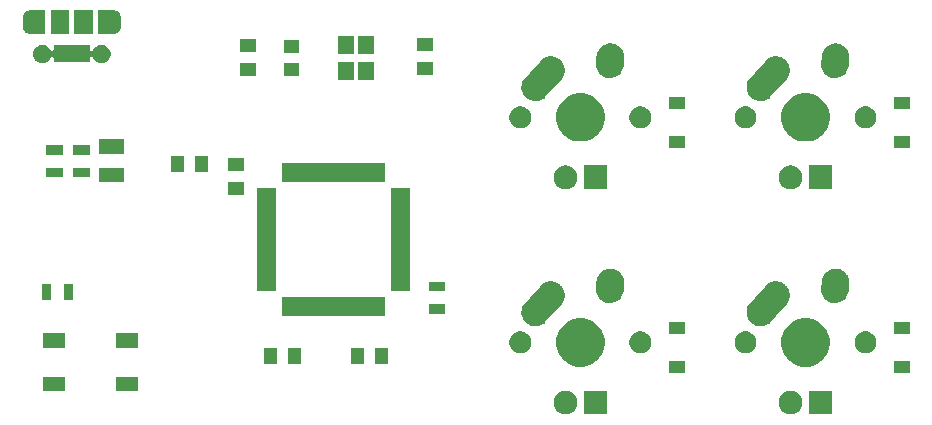
<source format=gbr>
G04 #@! TF.GenerationSoftware,KiCad,Pcbnew,(6.0.0-rc1-dev-1574-g3a1e66dba-dirty)*
G04 #@! TF.CreationDate,2019-01-27T21:49:17+01:00
G04 #@! TF.ProjectId,ai03_tutorial,61693033-5f74-4757-946f-7269616c2e6b,rev?*
G04 #@! TF.SameCoordinates,Original*
G04 #@! TF.FileFunction,Soldermask,Bot*
G04 #@! TF.FilePolarity,Negative*
%FSLAX46Y46*%
G04 Gerber Fmt 4.6, Leading zero omitted, Abs format (unit mm)*
G04 Created by KiCad (PCBNEW (6.0.0-rc1-dev-1574-g3a1e66dba-dirty)) date 2019 January 27, Sunday 21:49:17*
%MOMM*%
%LPD*%
G04 APERTURE LIST*
%ADD10C,0.100000*%
G04 APERTURE END LIST*
D10*
G36*
X160597501Y-110686501D02*
G01*
X158590501Y-110686501D01*
X158590501Y-108679501D01*
X160597501Y-108679501D01*
X160597501Y-110686501D01*
X160597501Y-110686501D01*
G37*
G36*
X157176989Y-108684305D02*
G01*
X157346711Y-108718064D01*
X157529337Y-108793710D01*
X157693695Y-108903531D01*
X157833471Y-109043307D01*
X157943292Y-109207665D01*
X158018938Y-109390291D01*
X158057501Y-109584165D01*
X158057501Y-109781837D01*
X158018938Y-109975711D01*
X157943292Y-110158337D01*
X157833471Y-110322695D01*
X157693695Y-110462471D01*
X157529337Y-110572292D01*
X157346711Y-110647938D01*
X157176989Y-110681697D01*
X157152838Y-110686501D01*
X156955164Y-110686501D01*
X156931013Y-110681697D01*
X156761291Y-110647938D01*
X156578665Y-110572292D01*
X156414307Y-110462471D01*
X156274531Y-110322695D01*
X156164710Y-110158337D01*
X156089064Y-109975711D01*
X156050501Y-109781837D01*
X156050501Y-109584165D01*
X156089064Y-109390291D01*
X156164710Y-109207665D01*
X156274531Y-109043307D01*
X156414307Y-108903531D01*
X156578665Y-108793710D01*
X156761291Y-108718064D01*
X156931013Y-108684305D01*
X156955164Y-108679501D01*
X157152838Y-108679501D01*
X157176989Y-108684305D01*
X157176989Y-108684305D01*
G37*
G36*
X141540501Y-110686501D02*
G01*
X139533501Y-110686501D01*
X139533501Y-108679501D01*
X141540501Y-108679501D01*
X141540501Y-110686501D01*
X141540501Y-110686501D01*
G37*
G36*
X138119989Y-108684305D02*
G01*
X138289711Y-108718064D01*
X138472337Y-108793710D01*
X138636695Y-108903531D01*
X138776471Y-109043307D01*
X138886292Y-109207665D01*
X138961938Y-109390291D01*
X139000501Y-109584165D01*
X139000501Y-109781837D01*
X138961938Y-109975711D01*
X138886292Y-110158337D01*
X138776471Y-110322695D01*
X138636695Y-110462471D01*
X138472337Y-110572292D01*
X138289711Y-110647938D01*
X138119989Y-110681697D01*
X138095838Y-110686501D01*
X137898164Y-110686501D01*
X137874013Y-110681697D01*
X137704291Y-110647938D01*
X137521665Y-110572292D01*
X137357307Y-110462471D01*
X137217531Y-110322695D01*
X137107710Y-110158337D01*
X137032064Y-109975711D01*
X136993501Y-109781837D01*
X136993501Y-109584165D01*
X137032064Y-109390291D01*
X137107710Y-109207665D01*
X137217531Y-109043307D01*
X137357307Y-108903531D01*
X137521665Y-108793710D01*
X137704291Y-108718064D01*
X137874013Y-108684305D01*
X137898164Y-108679501D01*
X138095838Y-108679501D01*
X138119989Y-108684305D01*
X138119989Y-108684305D01*
G37*
G36*
X101841000Y-108750000D02*
G01*
X99939000Y-108750000D01*
X99939000Y-107548000D01*
X101841000Y-107548000D01*
X101841000Y-108750000D01*
X101841000Y-108750000D01*
G37*
G36*
X95641000Y-108750000D02*
G01*
X93739000Y-108750000D01*
X93739000Y-107548000D01*
X95641000Y-107548000D01*
X95641000Y-108750000D01*
X95641000Y-108750000D01*
G37*
G36*
X167148000Y-107179000D02*
G01*
X165846000Y-107179000D01*
X165846000Y-106177000D01*
X167148000Y-106177000D01*
X167148000Y-107179000D01*
X167148000Y-107179000D01*
G37*
G36*
X148098000Y-107179000D02*
G01*
X146796000Y-107179000D01*
X146796000Y-106177000D01*
X148098000Y-106177000D01*
X148098000Y-107179000D01*
X148098000Y-107179000D01*
G37*
G36*
X158920473Y-102636685D02*
G01*
X158920475Y-102636686D01*
X158920476Y-102636686D01*
X159292624Y-102790834D01*
X159627549Y-103014624D01*
X159912378Y-103299453D01*
X160136168Y-103634378D01*
X160237493Y-103879000D01*
X160290317Y-104006529D01*
X160368901Y-104401595D01*
X160368901Y-104804407D01*
X160307120Y-105115000D01*
X160290316Y-105199476D01*
X160136168Y-105571624D01*
X159912378Y-105906549D01*
X159627549Y-106191378D01*
X159292624Y-106415168D01*
X158920476Y-106569316D01*
X158920475Y-106569316D01*
X158920473Y-106569317D01*
X158525407Y-106647901D01*
X158122595Y-106647901D01*
X157727529Y-106569317D01*
X157727527Y-106569316D01*
X157727526Y-106569316D01*
X157355378Y-106415168D01*
X157020453Y-106191378D01*
X156735624Y-105906549D01*
X156511834Y-105571624D01*
X156357686Y-105199476D01*
X156340883Y-105115000D01*
X156279101Y-104804407D01*
X156279101Y-104401595D01*
X156357685Y-104006529D01*
X156410509Y-103879000D01*
X156511834Y-103634378D01*
X156735624Y-103299453D01*
X157020453Y-103014624D01*
X157355378Y-102790834D01*
X157727526Y-102636686D01*
X157727527Y-102636686D01*
X157727529Y-102636685D01*
X158122595Y-102558101D01*
X158525407Y-102558101D01*
X158920473Y-102636685D01*
X158920473Y-102636685D01*
G37*
G36*
X139863473Y-102636685D02*
G01*
X139863475Y-102636686D01*
X139863476Y-102636686D01*
X140235624Y-102790834D01*
X140570549Y-103014624D01*
X140855378Y-103299453D01*
X141079168Y-103634378D01*
X141180493Y-103879000D01*
X141233317Y-104006529D01*
X141311901Y-104401595D01*
X141311901Y-104804407D01*
X141250120Y-105115000D01*
X141233316Y-105199476D01*
X141079168Y-105571624D01*
X140855378Y-105906549D01*
X140570549Y-106191378D01*
X140235624Y-106415168D01*
X139863476Y-106569316D01*
X139863475Y-106569316D01*
X139863473Y-106569317D01*
X139468407Y-106647901D01*
X139065595Y-106647901D01*
X138670529Y-106569317D01*
X138670527Y-106569316D01*
X138670526Y-106569316D01*
X138298378Y-106415168D01*
X137963453Y-106191378D01*
X137678624Y-105906549D01*
X137454834Y-105571624D01*
X137300686Y-105199476D01*
X137283883Y-105115000D01*
X137222101Y-104804407D01*
X137222101Y-104401595D01*
X137300685Y-104006529D01*
X137353509Y-103879000D01*
X137454834Y-103634378D01*
X137678624Y-103299453D01*
X137963453Y-103014624D01*
X138298378Y-102790834D01*
X138670526Y-102636686D01*
X138670527Y-102636686D01*
X138670529Y-102636685D01*
X139065595Y-102558101D01*
X139468407Y-102558101D01*
X139863473Y-102636685D01*
X139863473Y-102636685D01*
G37*
G36*
X113597000Y-106467000D02*
G01*
X112495000Y-106467000D01*
X112495000Y-105115000D01*
X113597000Y-105115000D01*
X113597000Y-106467000D01*
X113597000Y-106467000D01*
G37*
G36*
X115597000Y-106467000D02*
G01*
X114495000Y-106467000D01*
X114495000Y-105115000D01*
X115597000Y-105115000D01*
X115597000Y-106467000D01*
X115597000Y-106467000D01*
G37*
G36*
X120963000Y-106467000D02*
G01*
X119861000Y-106467000D01*
X119861000Y-105115000D01*
X120963000Y-105115000D01*
X120963000Y-106467000D01*
X120963000Y-106467000D01*
G37*
G36*
X122963000Y-106467000D02*
G01*
X121861000Y-106467000D01*
X121861000Y-105115000D01*
X122963000Y-105115000D01*
X122963000Y-106467000D01*
X122963000Y-106467000D01*
G37*
G36*
X134457105Y-103712586D02*
G01*
X134625627Y-103782390D01*
X134777292Y-103883729D01*
X134906273Y-104012710D01*
X135007612Y-104164375D01*
X135077416Y-104332897D01*
X135113001Y-104511798D01*
X135113001Y-104694204D01*
X135077416Y-104873105D01*
X135007612Y-105041627D01*
X134906273Y-105193292D01*
X134777292Y-105322273D01*
X134625627Y-105423612D01*
X134457105Y-105493416D01*
X134278204Y-105529001D01*
X134095798Y-105529001D01*
X133916897Y-105493416D01*
X133748375Y-105423612D01*
X133596710Y-105322273D01*
X133467729Y-105193292D01*
X133366390Y-105041627D01*
X133296586Y-104873105D01*
X133261001Y-104694204D01*
X133261001Y-104511798D01*
X133296586Y-104332897D01*
X133366390Y-104164375D01*
X133467729Y-104012710D01*
X133596710Y-103883729D01*
X133748375Y-103782390D01*
X133916897Y-103712586D01*
X134095798Y-103677001D01*
X134278204Y-103677001D01*
X134457105Y-103712586D01*
X134457105Y-103712586D01*
G37*
G36*
X144617105Y-103712586D02*
G01*
X144785627Y-103782390D01*
X144937292Y-103883729D01*
X145066273Y-104012710D01*
X145167612Y-104164375D01*
X145237416Y-104332897D01*
X145273001Y-104511798D01*
X145273001Y-104694204D01*
X145237416Y-104873105D01*
X145167612Y-105041627D01*
X145066273Y-105193292D01*
X144937292Y-105322273D01*
X144785627Y-105423612D01*
X144617105Y-105493416D01*
X144438204Y-105529001D01*
X144255798Y-105529001D01*
X144076897Y-105493416D01*
X143908375Y-105423612D01*
X143756710Y-105322273D01*
X143627729Y-105193292D01*
X143526390Y-105041627D01*
X143456586Y-104873105D01*
X143421001Y-104694204D01*
X143421001Y-104511798D01*
X143456586Y-104332897D01*
X143526390Y-104164375D01*
X143627729Y-104012710D01*
X143756710Y-103883729D01*
X143908375Y-103782390D01*
X144076897Y-103712586D01*
X144255798Y-103677001D01*
X144438204Y-103677001D01*
X144617105Y-103712586D01*
X144617105Y-103712586D01*
G37*
G36*
X153514105Y-103712586D02*
G01*
X153682627Y-103782390D01*
X153834292Y-103883729D01*
X153963273Y-104012710D01*
X154064612Y-104164375D01*
X154134416Y-104332897D01*
X154170001Y-104511798D01*
X154170001Y-104694204D01*
X154134416Y-104873105D01*
X154064612Y-105041627D01*
X153963273Y-105193292D01*
X153834292Y-105322273D01*
X153682627Y-105423612D01*
X153514105Y-105493416D01*
X153335204Y-105529001D01*
X153152798Y-105529001D01*
X152973897Y-105493416D01*
X152805375Y-105423612D01*
X152653710Y-105322273D01*
X152524729Y-105193292D01*
X152423390Y-105041627D01*
X152353586Y-104873105D01*
X152318001Y-104694204D01*
X152318001Y-104511798D01*
X152353586Y-104332897D01*
X152423390Y-104164375D01*
X152524729Y-104012710D01*
X152653710Y-103883729D01*
X152805375Y-103782390D01*
X152973897Y-103712586D01*
X153152798Y-103677001D01*
X153335204Y-103677001D01*
X153514105Y-103712586D01*
X153514105Y-103712586D01*
G37*
G36*
X163674105Y-103712586D02*
G01*
X163842627Y-103782390D01*
X163994292Y-103883729D01*
X164123273Y-104012710D01*
X164224612Y-104164375D01*
X164294416Y-104332897D01*
X164330001Y-104511798D01*
X164330001Y-104694204D01*
X164294416Y-104873105D01*
X164224612Y-105041627D01*
X164123273Y-105193292D01*
X163994292Y-105322273D01*
X163842627Y-105423612D01*
X163674105Y-105493416D01*
X163495204Y-105529001D01*
X163312798Y-105529001D01*
X163133897Y-105493416D01*
X162965375Y-105423612D01*
X162813710Y-105322273D01*
X162684729Y-105193292D01*
X162583390Y-105041627D01*
X162513586Y-104873105D01*
X162478001Y-104694204D01*
X162478001Y-104511798D01*
X162513586Y-104332897D01*
X162583390Y-104164375D01*
X162684729Y-104012710D01*
X162813710Y-103883729D01*
X162965375Y-103782390D01*
X163133897Y-103712586D01*
X163312798Y-103677001D01*
X163495204Y-103677001D01*
X163674105Y-103712586D01*
X163674105Y-103712586D01*
G37*
G36*
X101841000Y-105050000D02*
G01*
X99939000Y-105050000D01*
X99939000Y-103848000D01*
X101841000Y-103848000D01*
X101841000Y-105050000D01*
X101841000Y-105050000D01*
G37*
G36*
X95641000Y-105050000D02*
G01*
X93739000Y-105050000D01*
X93739000Y-103848000D01*
X95641000Y-103848000D01*
X95641000Y-105050000D01*
X95641000Y-105050000D01*
G37*
G36*
X148098000Y-103879000D02*
G01*
X146796000Y-103879000D01*
X146796000Y-102877000D01*
X148098000Y-102877000D01*
X148098000Y-103879000D01*
X148098000Y-103879000D01*
G37*
G36*
X167148000Y-103879000D02*
G01*
X165846000Y-103879000D01*
X165846000Y-102877000D01*
X167148000Y-102877000D01*
X167148000Y-103879000D01*
X167148000Y-103879000D01*
G37*
G36*
X136790219Y-99426882D02*
G01*
X136795632Y-99427001D01*
X136882829Y-99427001D01*
X136899099Y-99430237D01*
X136917958Y-99432516D01*
X136934533Y-99433247D01*
X137019200Y-99454005D01*
X137024533Y-99455188D01*
X137110030Y-99472194D01*
X137125352Y-99478541D01*
X137143420Y-99484460D01*
X137151396Y-99486416D01*
X137159522Y-99488408D01*
X137200741Y-99507651D01*
X137238482Y-99525270D01*
X137243515Y-99527486D01*
X137324046Y-99560843D01*
X137324048Y-99560844D01*
X137337835Y-99570056D01*
X137354400Y-99579385D01*
X137369426Y-99586400D01*
X137369428Y-99586401D01*
X137369427Y-99586401D01*
X137439695Y-99637972D01*
X137444182Y-99641115D01*
X137485297Y-99668588D01*
X137516660Y-99689544D01*
X137528385Y-99701269D01*
X137542810Y-99713649D01*
X137556180Y-99723462D01*
X137615048Y-99787762D01*
X137618835Y-99791719D01*
X137680460Y-99853344D01*
X137689670Y-99867128D01*
X137701401Y-99882083D01*
X137712606Y-99894322D01*
X137757800Y-99968875D01*
X137760747Y-99973502D01*
X137809159Y-100045956D01*
X137815503Y-100061273D01*
X137824093Y-100078232D01*
X137832692Y-100092418D01*
X137862477Y-100174365D01*
X137864455Y-100179453D01*
X137895023Y-100253250D01*
X137897808Y-100259975D01*
X137901042Y-100276233D01*
X137906155Y-100294533D01*
X137911826Y-100310135D01*
X137925056Y-100396349D01*
X137926000Y-100401704D01*
X137943001Y-100487174D01*
X137943001Y-100503759D01*
X137944445Y-100522688D01*
X137946964Y-100539105D01*
X137943120Y-100626263D01*
X137943001Y-100631676D01*
X137943001Y-100718828D01*
X137939767Y-100735086D01*
X137937489Y-100753943D01*
X137936757Y-100770532D01*
X137915993Y-100855224D01*
X137914806Y-100860571D01*
X137897808Y-100946028D01*
X137891465Y-100961341D01*
X137885546Y-100979411D01*
X137881596Y-100995521D01*
X137844701Y-101074551D01*
X137842517Y-101079512D01*
X137822275Y-101128380D01*
X137809159Y-101160046D01*
X137799947Y-101173832D01*
X137790621Y-101190392D01*
X137783603Y-101205425D01*
X137732008Y-101275727D01*
X137728886Y-101280182D01*
X137685323Y-101345379D01*
X137680458Y-101352660D01*
X137623471Y-101409647D01*
X137618821Y-101414555D01*
X136731830Y-102403107D01*
X136293724Y-102891377D01*
X136237842Y-102942537D01*
X136165680Y-103008603D01*
X136048561Y-103079601D01*
X135967584Y-103128690D01*
X135749867Y-103207824D01*
X135520896Y-103242962D01*
X135289471Y-103232755D01*
X135064482Y-103177594D01*
X134854578Y-103079601D01*
X134667824Y-102942540D01*
X134565195Y-102830440D01*
X134511399Y-102771680D01*
X134391313Y-102573585D01*
X134391312Y-102573584D01*
X134312178Y-102355867D01*
X134277040Y-102126896D01*
X134287247Y-101895471D01*
X134342408Y-101670482D01*
X134440401Y-101460578D01*
X134543115Y-101320623D01*
X135500828Y-100253250D01*
X135829787Y-99886624D01*
X135840683Y-99872590D01*
X135844333Y-99867128D01*
X135853542Y-99853345D01*
X135853543Y-99853344D01*
X135853544Y-99853342D01*
X135910574Y-99796312D01*
X135915224Y-99791404D01*
X135930275Y-99774630D01*
X135951705Y-99755010D01*
X135955685Y-99751201D01*
X136017344Y-99689542D01*
X136031141Y-99680323D01*
X136046101Y-99668588D01*
X136058322Y-99657399D01*
X136105170Y-99629000D01*
X136132831Y-99612232D01*
X136137442Y-99609295D01*
X136209956Y-99560843D01*
X136214405Y-99559000D01*
X136225288Y-99554492D01*
X136242249Y-99545902D01*
X136256419Y-99537312D01*
X136289549Y-99525270D01*
X136338287Y-99507555D01*
X136343421Y-99505560D01*
X136423974Y-99472194D01*
X136440248Y-99468957D01*
X136458555Y-99463841D01*
X136474136Y-99458178D01*
X136560319Y-99444952D01*
X136565637Y-99444015D01*
X136651175Y-99427001D01*
X136667773Y-99427001D01*
X136686704Y-99425557D01*
X136703107Y-99423040D01*
X136790219Y-99426882D01*
X136790219Y-99426882D01*
G37*
G36*
X155847219Y-99426882D02*
G01*
X155852632Y-99427001D01*
X155939829Y-99427001D01*
X155956099Y-99430237D01*
X155974958Y-99432516D01*
X155991533Y-99433247D01*
X156076200Y-99454005D01*
X156081533Y-99455188D01*
X156167030Y-99472194D01*
X156182352Y-99478541D01*
X156200420Y-99484460D01*
X156208396Y-99486416D01*
X156216522Y-99488408D01*
X156257741Y-99507651D01*
X156295482Y-99525270D01*
X156300515Y-99527486D01*
X156381046Y-99560843D01*
X156381048Y-99560844D01*
X156394835Y-99570056D01*
X156411400Y-99579385D01*
X156426426Y-99586400D01*
X156426428Y-99586401D01*
X156426427Y-99586401D01*
X156496695Y-99637972D01*
X156501182Y-99641115D01*
X156542297Y-99668588D01*
X156573660Y-99689544D01*
X156585385Y-99701269D01*
X156599810Y-99713649D01*
X156613180Y-99723462D01*
X156672048Y-99787762D01*
X156675835Y-99791719D01*
X156737460Y-99853344D01*
X156746670Y-99867128D01*
X156758401Y-99882083D01*
X156769606Y-99894322D01*
X156814800Y-99968875D01*
X156817747Y-99973502D01*
X156866159Y-100045956D01*
X156872503Y-100061273D01*
X156881093Y-100078232D01*
X156889692Y-100092418D01*
X156919477Y-100174365D01*
X156921455Y-100179453D01*
X156952023Y-100253250D01*
X156954808Y-100259975D01*
X156958042Y-100276233D01*
X156963155Y-100294533D01*
X156968826Y-100310135D01*
X156982056Y-100396349D01*
X156983000Y-100401704D01*
X157000001Y-100487174D01*
X157000001Y-100503759D01*
X157001445Y-100522688D01*
X157003964Y-100539105D01*
X157000120Y-100626263D01*
X157000001Y-100631676D01*
X157000001Y-100718828D01*
X156996767Y-100735086D01*
X156994489Y-100753943D01*
X156993757Y-100770532D01*
X156972993Y-100855224D01*
X156971806Y-100860571D01*
X156954808Y-100946028D01*
X156948465Y-100961341D01*
X156942546Y-100979411D01*
X156938596Y-100995521D01*
X156901701Y-101074551D01*
X156899517Y-101079512D01*
X156879275Y-101128380D01*
X156866159Y-101160046D01*
X156856947Y-101173832D01*
X156847621Y-101190392D01*
X156840603Y-101205425D01*
X156789008Y-101275727D01*
X156785886Y-101280182D01*
X156742323Y-101345379D01*
X156737458Y-101352660D01*
X156680471Y-101409647D01*
X156675821Y-101414555D01*
X155788830Y-102403107D01*
X155350724Y-102891377D01*
X155294842Y-102942537D01*
X155222680Y-103008603D01*
X155105561Y-103079601D01*
X155024584Y-103128690D01*
X154806867Y-103207824D01*
X154577896Y-103242962D01*
X154346471Y-103232755D01*
X154121482Y-103177594D01*
X153911578Y-103079601D01*
X153724824Y-102942540D01*
X153622195Y-102830440D01*
X153568399Y-102771680D01*
X153448313Y-102573585D01*
X153448312Y-102573584D01*
X153369178Y-102355867D01*
X153334040Y-102126896D01*
X153344247Y-101895471D01*
X153399408Y-101670482D01*
X153497401Y-101460578D01*
X153600115Y-101320623D01*
X154557828Y-100253250D01*
X154886787Y-99886624D01*
X154897683Y-99872590D01*
X154901333Y-99867128D01*
X154910542Y-99853345D01*
X154910543Y-99853344D01*
X154910544Y-99853342D01*
X154967574Y-99796312D01*
X154972224Y-99791404D01*
X154987275Y-99774630D01*
X155008705Y-99755010D01*
X155012685Y-99751201D01*
X155074344Y-99689542D01*
X155088141Y-99680323D01*
X155103101Y-99668588D01*
X155115322Y-99657399D01*
X155162170Y-99629000D01*
X155189831Y-99612232D01*
X155194442Y-99609295D01*
X155266956Y-99560843D01*
X155271405Y-99559000D01*
X155282288Y-99554492D01*
X155299249Y-99545902D01*
X155313419Y-99537312D01*
X155346549Y-99525270D01*
X155395287Y-99507555D01*
X155400421Y-99505560D01*
X155480974Y-99472194D01*
X155497248Y-99468957D01*
X155515555Y-99463841D01*
X155531136Y-99458178D01*
X155617319Y-99444952D01*
X155622637Y-99444015D01*
X155708175Y-99427001D01*
X155724773Y-99427001D01*
X155743704Y-99425557D01*
X155760107Y-99423040D01*
X155847219Y-99426882D01*
X155847219Y-99426882D01*
G37*
G36*
X122690000Y-102386000D02*
G01*
X114038000Y-102386000D01*
X114038000Y-100784000D01*
X122690000Y-100784000D01*
X122690000Y-102386000D01*
X122690000Y-102386000D01*
G37*
G36*
X127828000Y-102189000D02*
G01*
X126426000Y-102189000D01*
X126426000Y-101387000D01*
X127828000Y-101387000D01*
X127828000Y-102189000D01*
X127828000Y-102189000D01*
G37*
G36*
X141895128Y-98345262D02*
G01*
X141915901Y-98347001D01*
X141922828Y-98347001D01*
X142017758Y-98365884D01*
X142021319Y-98366538D01*
X142098112Y-98379486D01*
X142116726Y-98382624D01*
X142116727Y-98382624D01*
X142116731Y-98382625D01*
X142123206Y-98385087D01*
X142143221Y-98390840D01*
X142150028Y-98392194D01*
X142193279Y-98410109D01*
X142239466Y-98429240D01*
X142242853Y-98430585D01*
X142333256Y-98464962D01*
X142339128Y-98468641D01*
X142357641Y-98478190D01*
X142364046Y-98480843D01*
X142444530Y-98534621D01*
X142447584Y-98536597D01*
X142529558Y-98587960D01*
X142534591Y-98592706D01*
X142550899Y-98605694D01*
X142556658Y-98609542D01*
X142625114Y-98677998D01*
X142627689Y-98680499D01*
X142698091Y-98746890D01*
X142702106Y-98752533D01*
X142715558Y-98768442D01*
X142720458Y-98773342D01*
X142720459Y-98773344D01*
X142720460Y-98773345D01*
X142774278Y-98853889D01*
X142776253Y-98856753D01*
X142832381Y-98935646D01*
X142835215Y-98941959D01*
X142845310Y-98960196D01*
X142849159Y-98965956D01*
X142886203Y-99055389D01*
X142887636Y-99058711D01*
X142927266Y-99146974D01*
X142928815Y-99153722D01*
X142935154Y-99173567D01*
X142937808Y-99179974D01*
X142937808Y-99179976D01*
X142956694Y-99274919D01*
X142957457Y-99278480D01*
X142965209Y-99312248D01*
X142979099Y-99372754D01*
X142979301Y-99379655D01*
X142981648Y-99400374D01*
X142983001Y-99407175D01*
X142983001Y-99503987D01*
X142983054Y-99507585D01*
X142984189Y-99546278D01*
X142983296Y-99559226D01*
X142983001Y-99567798D01*
X142983001Y-99638826D01*
X142976605Y-99670980D01*
X142974501Y-99686751D01*
X142936239Y-100241546D01*
X142907377Y-100412731D01*
X142825039Y-100629256D01*
X142702042Y-100825558D01*
X142543112Y-100994091D01*
X142354356Y-101128381D01*
X142143028Y-101223266D01*
X141917250Y-101275099D01*
X141685699Y-101281890D01*
X141685698Y-101281890D01*
X141457277Y-101243378D01*
X141457271Y-101243377D01*
X141240746Y-101161039D01*
X141044444Y-101038042D01*
X140875911Y-100879112D01*
X140741621Y-100690356D01*
X140646736Y-100479028D01*
X140594903Y-100253250D01*
X140589813Y-100079724D01*
X140630705Y-99486795D01*
X140631001Y-99478197D01*
X140631001Y-99407174D01*
X140649883Y-99312248D01*
X140650545Y-99308644D01*
X140656231Y-99274919D01*
X140666625Y-99213271D01*
X140669085Y-99206802D01*
X140674843Y-99186767D01*
X140676194Y-99179974D01*
X140713238Y-99090541D01*
X140714590Y-99087136D01*
X140729057Y-99049092D01*
X140748963Y-98996746D01*
X140752637Y-98990882D01*
X140762192Y-98972357D01*
X140764843Y-98965956D01*
X140818630Y-98885458D01*
X140820592Y-98882426D01*
X140871960Y-98800444D01*
X140876709Y-98795409D01*
X140889692Y-98779106D01*
X140893542Y-98773344D01*
X140961996Y-98704890D01*
X140964549Y-98702261D01*
X140985022Y-98680551D01*
X141030890Y-98631911D01*
X141036523Y-98627903D01*
X141052445Y-98614441D01*
X141057342Y-98609544D01*
X141063104Y-98605694D01*
X141137859Y-98555744D01*
X141140783Y-98553728D01*
X141219646Y-98497621D01*
X141225956Y-98494788D01*
X141244195Y-98484692D01*
X141249954Y-98480844D01*
X141249956Y-98480843D01*
X141339405Y-98443792D01*
X141342712Y-98442365D01*
X141430974Y-98402736D01*
X141437723Y-98401187D01*
X141457567Y-98394848D01*
X141463974Y-98392194D01*
X141463975Y-98392194D01*
X141463977Y-98392193D01*
X141558900Y-98373312D01*
X141562420Y-98372559D01*
X141656752Y-98350902D01*
X141659490Y-98350822D01*
X141663666Y-98350699D01*
X141684382Y-98348352D01*
X141691175Y-98347001D01*
X141787960Y-98347001D01*
X141791585Y-98346948D01*
X141888303Y-98344111D01*
X141895128Y-98345262D01*
X141895128Y-98345262D01*
G37*
G36*
X160952128Y-98345262D02*
G01*
X160972901Y-98347001D01*
X160979828Y-98347001D01*
X161074758Y-98365884D01*
X161078319Y-98366538D01*
X161155112Y-98379486D01*
X161173726Y-98382624D01*
X161173727Y-98382624D01*
X161173731Y-98382625D01*
X161180206Y-98385087D01*
X161200221Y-98390840D01*
X161207028Y-98392194D01*
X161250279Y-98410109D01*
X161296466Y-98429240D01*
X161299853Y-98430585D01*
X161390256Y-98464962D01*
X161396128Y-98468641D01*
X161414641Y-98478190D01*
X161421046Y-98480843D01*
X161501530Y-98534621D01*
X161504584Y-98536597D01*
X161586558Y-98587960D01*
X161591591Y-98592706D01*
X161607899Y-98605694D01*
X161613658Y-98609542D01*
X161682114Y-98677998D01*
X161684689Y-98680499D01*
X161755091Y-98746890D01*
X161759106Y-98752533D01*
X161772558Y-98768442D01*
X161777458Y-98773342D01*
X161777459Y-98773344D01*
X161777460Y-98773345D01*
X161831278Y-98853889D01*
X161833253Y-98856753D01*
X161889381Y-98935646D01*
X161892215Y-98941959D01*
X161902310Y-98960196D01*
X161906159Y-98965956D01*
X161943203Y-99055389D01*
X161944636Y-99058711D01*
X161984266Y-99146974D01*
X161985815Y-99153722D01*
X161992154Y-99173567D01*
X161994808Y-99179974D01*
X161994808Y-99179976D01*
X162013694Y-99274919D01*
X162014457Y-99278480D01*
X162022209Y-99312248D01*
X162036099Y-99372754D01*
X162036301Y-99379655D01*
X162038648Y-99400374D01*
X162040001Y-99407175D01*
X162040001Y-99503987D01*
X162040054Y-99507585D01*
X162041189Y-99546278D01*
X162040296Y-99559226D01*
X162040001Y-99567798D01*
X162040001Y-99638826D01*
X162033605Y-99670980D01*
X162031501Y-99686751D01*
X161993239Y-100241546D01*
X161964377Y-100412731D01*
X161882039Y-100629256D01*
X161759042Y-100825558D01*
X161600112Y-100994091D01*
X161411356Y-101128381D01*
X161200028Y-101223266D01*
X160974250Y-101275099D01*
X160742699Y-101281890D01*
X160742698Y-101281890D01*
X160514277Y-101243378D01*
X160514271Y-101243377D01*
X160297746Y-101161039D01*
X160101444Y-101038042D01*
X159932911Y-100879112D01*
X159798621Y-100690356D01*
X159703736Y-100479028D01*
X159651903Y-100253250D01*
X159646813Y-100079724D01*
X159687705Y-99486795D01*
X159688001Y-99478197D01*
X159688001Y-99407174D01*
X159706883Y-99312248D01*
X159707545Y-99308644D01*
X159713231Y-99274919D01*
X159723625Y-99213271D01*
X159726085Y-99206802D01*
X159731843Y-99186767D01*
X159733194Y-99179974D01*
X159770238Y-99090541D01*
X159771590Y-99087136D01*
X159786057Y-99049092D01*
X159805963Y-98996746D01*
X159809637Y-98990882D01*
X159819192Y-98972357D01*
X159821843Y-98965956D01*
X159875630Y-98885458D01*
X159877592Y-98882426D01*
X159928960Y-98800444D01*
X159933709Y-98795409D01*
X159946692Y-98779106D01*
X159950542Y-98773344D01*
X160018996Y-98704890D01*
X160021549Y-98702261D01*
X160042022Y-98680551D01*
X160087890Y-98631911D01*
X160093523Y-98627903D01*
X160109445Y-98614441D01*
X160114342Y-98609544D01*
X160120104Y-98605694D01*
X160194859Y-98555744D01*
X160197783Y-98553728D01*
X160276646Y-98497621D01*
X160282956Y-98494788D01*
X160301195Y-98484692D01*
X160306954Y-98480844D01*
X160306956Y-98480843D01*
X160396405Y-98443792D01*
X160399712Y-98442365D01*
X160487974Y-98402736D01*
X160494723Y-98401187D01*
X160514567Y-98394848D01*
X160520974Y-98392194D01*
X160520975Y-98392194D01*
X160520977Y-98392193D01*
X160615900Y-98373312D01*
X160619420Y-98372559D01*
X160713752Y-98350902D01*
X160716490Y-98350822D01*
X160720666Y-98350699D01*
X160741382Y-98348352D01*
X160748175Y-98347001D01*
X160844960Y-98347001D01*
X160848585Y-98346948D01*
X160945303Y-98344111D01*
X160952128Y-98345262D01*
X160952128Y-98345262D01*
G37*
G36*
X94447000Y-101031000D02*
G01*
X93645000Y-101031000D01*
X93645000Y-99629000D01*
X94447000Y-99629000D01*
X94447000Y-101031000D01*
X94447000Y-101031000D01*
G37*
G36*
X96347000Y-101031000D02*
G01*
X95545000Y-101031000D01*
X95545000Y-99629000D01*
X96347000Y-99629000D01*
X96347000Y-101031000D01*
X96347000Y-101031000D01*
G37*
G36*
X127828000Y-100289000D02*
G01*
X126426000Y-100289000D01*
X126426000Y-99487000D01*
X127828000Y-99487000D01*
X127828000Y-100289000D01*
X127828000Y-100289000D01*
G37*
G36*
X113465000Y-100211000D02*
G01*
X111863000Y-100211000D01*
X111863000Y-91559000D01*
X113465000Y-91559000D01*
X113465000Y-100211000D01*
X113465000Y-100211000D01*
G37*
G36*
X124865000Y-100211000D02*
G01*
X123263000Y-100211000D01*
X123263000Y-91559000D01*
X124865000Y-91559000D01*
X124865000Y-100211000D01*
X124865000Y-100211000D01*
G37*
G36*
X110785000Y-92102000D02*
G01*
X109433000Y-92102000D01*
X109433000Y-91000000D01*
X110785000Y-91000000D01*
X110785000Y-92102000D01*
X110785000Y-92102000D01*
G37*
G36*
X157176989Y-89627305D02*
G01*
X157346711Y-89661064D01*
X157529337Y-89736710D01*
X157693695Y-89846531D01*
X157833471Y-89986307D01*
X157943292Y-90150665D01*
X158018938Y-90333291D01*
X158057501Y-90527165D01*
X158057501Y-90724837D01*
X158018938Y-90918711D01*
X157943292Y-91101337D01*
X157833471Y-91265695D01*
X157693695Y-91405471D01*
X157529337Y-91515292D01*
X157346711Y-91590938D01*
X157176989Y-91624697D01*
X157152838Y-91629501D01*
X156955164Y-91629501D01*
X156931013Y-91624697D01*
X156761291Y-91590938D01*
X156578665Y-91515292D01*
X156414307Y-91405471D01*
X156274531Y-91265695D01*
X156164710Y-91101337D01*
X156089064Y-90918711D01*
X156050501Y-90724837D01*
X156050501Y-90527165D01*
X156089064Y-90333291D01*
X156164710Y-90150665D01*
X156274531Y-89986307D01*
X156414307Y-89846531D01*
X156578665Y-89736710D01*
X156761291Y-89661064D01*
X156931013Y-89627305D01*
X156955164Y-89622501D01*
X157152838Y-89622501D01*
X157176989Y-89627305D01*
X157176989Y-89627305D01*
G37*
G36*
X160597501Y-91629501D02*
G01*
X158590501Y-91629501D01*
X158590501Y-89622501D01*
X160597501Y-89622501D01*
X160597501Y-91629501D01*
X160597501Y-91629501D01*
G37*
G36*
X141540501Y-91629501D02*
G01*
X139533501Y-91629501D01*
X139533501Y-89622501D01*
X141540501Y-89622501D01*
X141540501Y-91629501D01*
X141540501Y-91629501D01*
G37*
G36*
X138119989Y-89627305D02*
G01*
X138289711Y-89661064D01*
X138472337Y-89736710D01*
X138636695Y-89846531D01*
X138776471Y-89986307D01*
X138886292Y-90150665D01*
X138961938Y-90333291D01*
X139000501Y-90527165D01*
X139000501Y-90724837D01*
X138961938Y-90918711D01*
X138886292Y-91101337D01*
X138776471Y-91265695D01*
X138636695Y-91405471D01*
X138472337Y-91515292D01*
X138289711Y-91590938D01*
X138119989Y-91624697D01*
X138095838Y-91629501D01*
X137898164Y-91629501D01*
X137874013Y-91624697D01*
X137704291Y-91590938D01*
X137521665Y-91515292D01*
X137357307Y-91405471D01*
X137217531Y-91265695D01*
X137107710Y-91101337D01*
X137032064Y-90918711D01*
X136993501Y-90724837D01*
X136993501Y-90527165D01*
X137032064Y-90333291D01*
X137107710Y-90150665D01*
X137217531Y-89986307D01*
X137357307Y-89846531D01*
X137521665Y-89736710D01*
X137704291Y-89661064D01*
X137874013Y-89627305D01*
X137898164Y-89622501D01*
X138095838Y-89622501D01*
X138119989Y-89627305D01*
X138119989Y-89627305D01*
G37*
G36*
X100633730Y-91040150D02*
G01*
X98502270Y-91040150D01*
X98502270Y-89797690D01*
X100633730Y-89797690D01*
X100633730Y-91040150D01*
X100633730Y-91040150D01*
G37*
G36*
X122690000Y-90986000D02*
G01*
X114038000Y-90986000D01*
X114038000Y-89384000D01*
X122690000Y-89384000D01*
X122690000Y-90986000D01*
X122690000Y-90986000D01*
G37*
G36*
X97729000Y-90632000D02*
G01*
X96327000Y-90632000D01*
X96327000Y-89830000D01*
X97729000Y-89830000D01*
X97729000Y-90632000D01*
X97729000Y-90632000D01*
G37*
G36*
X95443000Y-90632000D02*
G01*
X94041000Y-90632000D01*
X94041000Y-89830000D01*
X95443000Y-89830000D01*
X95443000Y-90632000D01*
X95443000Y-90632000D01*
G37*
G36*
X105707000Y-90211000D02*
G01*
X104605000Y-90211000D01*
X104605000Y-88859000D01*
X105707000Y-88859000D01*
X105707000Y-90211000D01*
X105707000Y-90211000D01*
G37*
G36*
X107707000Y-90211000D02*
G01*
X106605000Y-90211000D01*
X106605000Y-88859000D01*
X107707000Y-88859000D01*
X107707000Y-90211000D01*
X107707000Y-90211000D01*
G37*
G36*
X110785000Y-90102000D02*
G01*
X109433000Y-90102000D01*
X109433000Y-89000000D01*
X110785000Y-89000000D01*
X110785000Y-90102000D01*
X110785000Y-90102000D01*
G37*
G36*
X97729000Y-88732000D02*
G01*
X96327000Y-88732000D01*
X96327000Y-87930000D01*
X97729000Y-87930000D01*
X97729000Y-88732000D01*
X97729000Y-88732000D01*
G37*
G36*
X95443000Y-88732000D02*
G01*
X94041000Y-88732000D01*
X94041000Y-87930000D01*
X95443000Y-87930000D01*
X95443000Y-88732000D01*
X95443000Y-88732000D01*
G37*
G36*
X100633730Y-88632230D02*
G01*
X98502270Y-88632230D01*
X98502270Y-87389770D01*
X100633730Y-87389770D01*
X100633730Y-88632230D01*
X100633730Y-88632230D01*
G37*
G36*
X148098000Y-88129000D02*
G01*
X146796000Y-88129000D01*
X146796000Y-87127000D01*
X148098000Y-87127000D01*
X148098000Y-88129000D01*
X148098000Y-88129000D01*
G37*
G36*
X167148000Y-88129000D02*
G01*
X165846000Y-88129000D01*
X165846000Y-87127000D01*
X167148000Y-87127000D01*
X167148000Y-88129000D01*
X167148000Y-88129000D01*
G37*
G36*
X139863473Y-83579685D02*
G01*
X139863475Y-83579686D01*
X139863476Y-83579686D01*
X140235624Y-83733834D01*
X140570549Y-83957624D01*
X140855378Y-84242453D01*
X141079168Y-84577378D01*
X141233316Y-84949526D01*
X141233317Y-84949529D01*
X141311901Y-85344595D01*
X141311901Y-85747407D01*
X141264715Y-85984627D01*
X141233316Y-86142476D01*
X141079168Y-86514624D01*
X140855378Y-86849549D01*
X140570549Y-87134378D01*
X140235624Y-87358168D01*
X139863476Y-87512316D01*
X139863475Y-87512316D01*
X139863473Y-87512317D01*
X139468407Y-87590901D01*
X139065595Y-87590901D01*
X138670529Y-87512317D01*
X138670527Y-87512316D01*
X138670526Y-87512316D01*
X138298378Y-87358168D01*
X137963453Y-87134378D01*
X137678624Y-86849549D01*
X137454834Y-86514624D01*
X137300686Y-86142476D01*
X137269288Y-85984627D01*
X137222101Y-85747407D01*
X137222101Y-85344595D01*
X137300685Y-84949529D01*
X137300686Y-84949526D01*
X137454834Y-84577378D01*
X137678624Y-84242453D01*
X137963453Y-83957624D01*
X138298378Y-83733834D01*
X138670526Y-83579686D01*
X138670527Y-83579686D01*
X138670529Y-83579685D01*
X139065595Y-83501101D01*
X139468407Y-83501101D01*
X139863473Y-83579685D01*
X139863473Y-83579685D01*
G37*
G36*
X158920473Y-83579685D02*
G01*
X158920475Y-83579686D01*
X158920476Y-83579686D01*
X159292624Y-83733834D01*
X159627549Y-83957624D01*
X159912378Y-84242453D01*
X160136168Y-84577378D01*
X160290316Y-84949526D01*
X160290317Y-84949529D01*
X160368901Y-85344595D01*
X160368901Y-85747407D01*
X160321715Y-85984627D01*
X160290316Y-86142476D01*
X160136168Y-86514624D01*
X159912378Y-86849549D01*
X159627549Y-87134378D01*
X159292624Y-87358168D01*
X158920476Y-87512316D01*
X158920475Y-87512316D01*
X158920473Y-87512317D01*
X158525407Y-87590901D01*
X158122595Y-87590901D01*
X157727529Y-87512317D01*
X157727527Y-87512316D01*
X157727526Y-87512316D01*
X157355378Y-87358168D01*
X157020453Y-87134378D01*
X156735624Y-86849549D01*
X156511834Y-86514624D01*
X156357686Y-86142476D01*
X156326288Y-85984627D01*
X156279101Y-85747407D01*
X156279101Y-85344595D01*
X156357685Y-84949529D01*
X156357686Y-84949526D01*
X156511834Y-84577378D01*
X156735624Y-84242453D01*
X157020453Y-83957624D01*
X157355378Y-83733834D01*
X157727526Y-83579686D01*
X157727527Y-83579686D01*
X157727529Y-83579685D01*
X158122595Y-83501101D01*
X158525407Y-83501101D01*
X158920473Y-83579685D01*
X158920473Y-83579685D01*
G37*
G36*
X163674105Y-84655586D02*
G01*
X163842627Y-84725390D01*
X163994292Y-84826729D01*
X164123273Y-84955710D01*
X164224612Y-85107375D01*
X164294416Y-85275897D01*
X164330001Y-85454798D01*
X164330001Y-85637204D01*
X164294416Y-85816105D01*
X164224612Y-85984627D01*
X164123273Y-86136292D01*
X163994292Y-86265273D01*
X163842627Y-86366612D01*
X163674105Y-86436416D01*
X163495204Y-86472001D01*
X163312798Y-86472001D01*
X163133897Y-86436416D01*
X162965375Y-86366612D01*
X162813710Y-86265273D01*
X162684729Y-86136292D01*
X162583390Y-85984627D01*
X162513586Y-85816105D01*
X162478001Y-85637204D01*
X162478001Y-85454798D01*
X162513586Y-85275897D01*
X162583390Y-85107375D01*
X162684729Y-84955710D01*
X162813710Y-84826729D01*
X162965375Y-84725390D01*
X163133897Y-84655586D01*
X163312798Y-84620001D01*
X163495204Y-84620001D01*
X163674105Y-84655586D01*
X163674105Y-84655586D01*
G37*
G36*
X153514105Y-84655586D02*
G01*
X153682627Y-84725390D01*
X153834292Y-84826729D01*
X153963273Y-84955710D01*
X154064612Y-85107375D01*
X154134416Y-85275897D01*
X154170001Y-85454798D01*
X154170001Y-85637204D01*
X154134416Y-85816105D01*
X154064612Y-85984627D01*
X153963273Y-86136292D01*
X153834292Y-86265273D01*
X153682627Y-86366612D01*
X153514105Y-86436416D01*
X153335204Y-86472001D01*
X153152798Y-86472001D01*
X152973897Y-86436416D01*
X152805375Y-86366612D01*
X152653710Y-86265273D01*
X152524729Y-86136292D01*
X152423390Y-85984627D01*
X152353586Y-85816105D01*
X152318001Y-85637204D01*
X152318001Y-85454798D01*
X152353586Y-85275897D01*
X152423390Y-85107375D01*
X152524729Y-84955710D01*
X152653710Y-84826729D01*
X152805375Y-84725390D01*
X152973897Y-84655586D01*
X153152798Y-84620001D01*
X153335204Y-84620001D01*
X153514105Y-84655586D01*
X153514105Y-84655586D01*
G37*
G36*
X144617105Y-84655586D02*
G01*
X144785627Y-84725390D01*
X144937292Y-84826729D01*
X145066273Y-84955710D01*
X145167612Y-85107375D01*
X145237416Y-85275897D01*
X145273001Y-85454798D01*
X145273001Y-85637204D01*
X145237416Y-85816105D01*
X145167612Y-85984627D01*
X145066273Y-86136292D01*
X144937292Y-86265273D01*
X144785627Y-86366612D01*
X144617105Y-86436416D01*
X144438204Y-86472001D01*
X144255798Y-86472001D01*
X144076897Y-86436416D01*
X143908375Y-86366612D01*
X143756710Y-86265273D01*
X143627729Y-86136292D01*
X143526390Y-85984627D01*
X143456586Y-85816105D01*
X143421001Y-85637204D01*
X143421001Y-85454798D01*
X143456586Y-85275897D01*
X143526390Y-85107375D01*
X143627729Y-84955710D01*
X143756710Y-84826729D01*
X143908375Y-84725390D01*
X144076897Y-84655586D01*
X144255798Y-84620001D01*
X144438204Y-84620001D01*
X144617105Y-84655586D01*
X144617105Y-84655586D01*
G37*
G36*
X134457105Y-84655586D02*
G01*
X134625627Y-84725390D01*
X134777292Y-84826729D01*
X134906273Y-84955710D01*
X135007612Y-85107375D01*
X135077416Y-85275897D01*
X135113001Y-85454798D01*
X135113001Y-85637204D01*
X135077416Y-85816105D01*
X135007612Y-85984627D01*
X134906273Y-86136292D01*
X134777292Y-86265273D01*
X134625627Y-86366612D01*
X134457105Y-86436416D01*
X134278204Y-86472001D01*
X134095798Y-86472001D01*
X133916897Y-86436416D01*
X133748375Y-86366612D01*
X133596710Y-86265273D01*
X133467729Y-86136292D01*
X133366390Y-85984627D01*
X133296586Y-85816105D01*
X133261001Y-85637204D01*
X133261001Y-85454798D01*
X133296586Y-85275897D01*
X133366390Y-85107375D01*
X133467729Y-84955710D01*
X133596710Y-84826729D01*
X133748375Y-84725390D01*
X133916897Y-84655586D01*
X134095798Y-84620001D01*
X134278204Y-84620001D01*
X134457105Y-84655586D01*
X134457105Y-84655586D01*
G37*
G36*
X167148000Y-84829000D02*
G01*
X165846000Y-84829000D01*
X165846000Y-83827000D01*
X167148000Y-83827000D01*
X167148000Y-84829000D01*
X167148000Y-84829000D01*
G37*
G36*
X148098000Y-84829000D02*
G01*
X146796000Y-84829000D01*
X146796000Y-83827000D01*
X148098000Y-83827000D01*
X148098000Y-84829000D01*
X148098000Y-84829000D01*
G37*
G36*
X155847219Y-80369882D02*
G01*
X155852632Y-80370001D01*
X155939829Y-80370001D01*
X155956099Y-80373237D01*
X155974958Y-80375516D01*
X155991533Y-80376247D01*
X156076200Y-80397005D01*
X156081533Y-80398188D01*
X156167030Y-80415194D01*
X156182352Y-80421541D01*
X156200420Y-80427460D01*
X156208396Y-80429416D01*
X156216522Y-80431408D01*
X156257741Y-80450651D01*
X156295482Y-80468270D01*
X156300515Y-80470486D01*
X156381046Y-80503843D01*
X156381048Y-80503844D01*
X156394835Y-80513056D01*
X156411400Y-80522385D01*
X156426426Y-80529400D01*
X156426428Y-80529401D01*
X156426427Y-80529401D01*
X156496695Y-80580972D01*
X156501182Y-80584115D01*
X156542297Y-80611588D01*
X156573660Y-80632544D01*
X156585385Y-80644269D01*
X156599810Y-80656649D01*
X156613180Y-80666462D01*
X156672048Y-80730762D01*
X156675835Y-80734719D01*
X156737460Y-80796344D01*
X156746670Y-80810128D01*
X156758401Y-80825083D01*
X156769606Y-80837322D01*
X156814800Y-80911875D01*
X156817747Y-80916502D01*
X156866159Y-80988956D01*
X156872503Y-81004273D01*
X156881093Y-81021232D01*
X156889692Y-81035418D01*
X156919477Y-81117365D01*
X156921455Y-81122453D01*
X156952023Y-81196250D01*
X156954808Y-81202975D01*
X156958042Y-81219233D01*
X156963155Y-81237533D01*
X156968826Y-81253135D01*
X156982056Y-81339349D01*
X156983000Y-81344704D01*
X157000001Y-81430174D01*
X157000001Y-81446759D01*
X157001445Y-81465688D01*
X157003964Y-81482105D01*
X157000120Y-81569263D01*
X157000001Y-81574676D01*
X157000001Y-81661828D01*
X156996767Y-81678086D01*
X156994489Y-81696943D01*
X156993757Y-81713532D01*
X156972993Y-81798224D01*
X156971806Y-81803571D01*
X156954808Y-81889028D01*
X156948465Y-81904341D01*
X156942546Y-81922411D01*
X156938596Y-81938521D01*
X156901701Y-82017551D01*
X156899517Y-82022512D01*
X156880261Y-82069000D01*
X156866159Y-82103046D01*
X156856947Y-82116832D01*
X156847621Y-82133392D01*
X156840603Y-82148425D01*
X156789008Y-82218727D01*
X156785886Y-82223182D01*
X156742323Y-82288379D01*
X156737458Y-82295660D01*
X156680471Y-82352647D01*
X156675821Y-82357555D01*
X156036664Y-83069896D01*
X155350724Y-83834377D01*
X155294842Y-83885537D01*
X155222680Y-83951603D01*
X155105561Y-84022601D01*
X155024584Y-84071690D01*
X154806867Y-84150824D01*
X154577896Y-84185962D01*
X154346471Y-84175755D01*
X154121482Y-84120594D01*
X153911578Y-84022601D01*
X153724824Y-83885540D01*
X153622195Y-83773440D01*
X153568399Y-83714680D01*
X153448313Y-83516585D01*
X153448312Y-83516584D01*
X153369178Y-83298867D01*
X153334040Y-83069896D01*
X153344247Y-82838471D01*
X153399408Y-82613482D01*
X153497401Y-82403578D01*
X153600115Y-82263623D01*
X154557828Y-81196250D01*
X154886787Y-80829624D01*
X154897683Y-80815590D01*
X154901333Y-80810128D01*
X154910542Y-80796345D01*
X154910543Y-80796344D01*
X154910544Y-80796342D01*
X154967574Y-80739312D01*
X154972224Y-80734404D01*
X154987275Y-80717630D01*
X155008705Y-80698010D01*
X155012685Y-80694201D01*
X155074344Y-80632542D01*
X155088141Y-80623323D01*
X155103101Y-80611588D01*
X155115322Y-80600399D01*
X155147386Y-80580962D01*
X155189831Y-80555232D01*
X155194442Y-80552295D01*
X155266956Y-80503843D01*
X155270927Y-80502198D01*
X155282288Y-80497492D01*
X155299249Y-80488902D01*
X155301925Y-80487280D01*
X155313419Y-80480312D01*
X155346549Y-80468270D01*
X155395287Y-80450555D01*
X155400421Y-80448560D01*
X155480974Y-80415194D01*
X155497249Y-80411957D01*
X155515555Y-80406841D01*
X155531136Y-80401178D01*
X155617319Y-80387952D01*
X155622637Y-80387015D01*
X155708175Y-80370001D01*
X155724773Y-80370001D01*
X155743704Y-80368557D01*
X155760107Y-80366040D01*
X155847219Y-80369882D01*
X155847219Y-80369882D01*
G37*
G36*
X136790219Y-80369882D02*
G01*
X136795632Y-80370001D01*
X136882829Y-80370001D01*
X136899099Y-80373237D01*
X136917958Y-80375516D01*
X136934533Y-80376247D01*
X137019200Y-80397005D01*
X137024533Y-80398188D01*
X137110030Y-80415194D01*
X137125352Y-80421541D01*
X137143420Y-80427460D01*
X137151396Y-80429416D01*
X137159522Y-80431408D01*
X137200741Y-80450651D01*
X137238482Y-80468270D01*
X137243515Y-80470486D01*
X137324046Y-80503843D01*
X137324048Y-80503844D01*
X137337835Y-80513056D01*
X137354400Y-80522385D01*
X137369426Y-80529400D01*
X137369428Y-80529401D01*
X137369427Y-80529401D01*
X137439695Y-80580972D01*
X137444182Y-80584115D01*
X137485297Y-80611588D01*
X137516660Y-80632544D01*
X137528385Y-80644269D01*
X137542810Y-80656649D01*
X137556180Y-80666462D01*
X137615048Y-80730762D01*
X137618835Y-80734719D01*
X137680460Y-80796344D01*
X137689670Y-80810128D01*
X137701401Y-80825083D01*
X137712606Y-80837322D01*
X137757800Y-80911875D01*
X137760747Y-80916502D01*
X137809159Y-80988956D01*
X137815503Y-81004273D01*
X137824093Y-81021232D01*
X137832692Y-81035418D01*
X137862477Y-81117365D01*
X137864455Y-81122453D01*
X137895023Y-81196250D01*
X137897808Y-81202975D01*
X137901042Y-81219233D01*
X137906155Y-81237533D01*
X137911826Y-81253135D01*
X137925056Y-81339349D01*
X137926000Y-81344704D01*
X137943001Y-81430174D01*
X137943001Y-81446759D01*
X137944445Y-81465688D01*
X137946964Y-81482105D01*
X137943120Y-81569263D01*
X137943001Y-81574676D01*
X137943001Y-81661828D01*
X137939767Y-81678086D01*
X137937489Y-81696943D01*
X137936757Y-81713532D01*
X137915993Y-81798224D01*
X137914806Y-81803571D01*
X137897808Y-81889028D01*
X137891465Y-81904341D01*
X137885546Y-81922411D01*
X137881596Y-81938521D01*
X137844701Y-82017551D01*
X137842517Y-82022512D01*
X137823261Y-82069000D01*
X137809159Y-82103046D01*
X137799947Y-82116832D01*
X137790621Y-82133392D01*
X137783603Y-82148425D01*
X137732008Y-82218727D01*
X137728886Y-82223182D01*
X137685323Y-82288379D01*
X137680458Y-82295660D01*
X137623471Y-82352647D01*
X137618821Y-82357555D01*
X136979664Y-83069896D01*
X136293724Y-83834377D01*
X136237842Y-83885537D01*
X136165680Y-83951603D01*
X136048561Y-84022601D01*
X135967584Y-84071690D01*
X135749867Y-84150824D01*
X135520896Y-84185962D01*
X135289471Y-84175755D01*
X135064482Y-84120594D01*
X134854578Y-84022601D01*
X134667824Y-83885540D01*
X134565195Y-83773440D01*
X134511399Y-83714680D01*
X134391313Y-83516585D01*
X134391312Y-83516584D01*
X134312178Y-83298867D01*
X134277040Y-83069896D01*
X134287247Y-82838471D01*
X134342408Y-82613482D01*
X134440401Y-82403578D01*
X134543115Y-82263623D01*
X135500828Y-81196250D01*
X135829787Y-80829624D01*
X135840683Y-80815590D01*
X135844333Y-80810128D01*
X135853542Y-80796345D01*
X135853543Y-80796344D01*
X135853544Y-80796342D01*
X135910574Y-80739312D01*
X135915224Y-80734404D01*
X135930275Y-80717630D01*
X135951705Y-80698010D01*
X135955685Y-80694201D01*
X136017344Y-80632542D01*
X136031141Y-80623323D01*
X136046101Y-80611588D01*
X136058322Y-80600399D01*
X136090386Y-80580962D01*
X136132831Y-80555232D01*
X136137442Y-80552295D01*
X136209956Y-80503843D01*
X136213927Y-80502198D01*
X136225288Y-80497492D01*
X136242249Y-80488902D01*
X136244925Y-80487280D01*
X136256419Y-80480312D01*
X136289549Y-80468270D01*
X136338287Y-80450555D01*
X136343421Y-80448560D01*
X136423974Y-80415194D01*
X136440249Y-80411957D01*
X136458555Y-80406841D01*
X136474136Y-80401178D01*
X136560319Y-80387952D01*
X136565637Y-80387015D01*
X136651175Y-80370001D01*
X136667773Y-80370001D01*
X136686704Y-80368557D01*
X136703107Y-80366040D01*
X136790219Y-80369882D01*
X136790219Y-80369882D01*
G37*
G36*
X120070000Y-82369000D02*
G01*
X118768000Y-82369000D01*
X118768000Y-80867000D01*
X120070000Y-80867000D01*
X120070000Y-82369000D01*
X120070000Y-82369000D01*
G37*
G36*
X121770000Y-82369000D02*
G01*
X120468000Y-82369000D01*
X120468000Y-80867000D01*
X121770000Y-80867000D01*
X121770000Y-82369000D01*
X121770000Y-82369000D01*
G37*
G36*
X160952128Y-79288262D02*
G01*
X160972901Y-79290001D01*
X160979828Y-79290001D01*
X161074758Y-79308884D01*
X161078319Y-79309538D01*
X161155112Y-79322486D01*
X161173726Y-79325624D01*
X161173727Y-79325624D01*
X161173731Y-79325625D01*
X161180206Y-79328087D01*
X161200221Y-79333840D01*
X161207028Y-79335194D01*
X161250279Y-79353109D01*
X161296466Y-79372240D01*
X161299853Y-79373585D01*
X161390256Y-79407962D01*
X161396128Y-79411641D01*
X161414641Y-79421190D01*
X161420990Y-79423820D01*
X161421046Y-79423843D01*
X161501530Y-79477621D01*
X161504584Y-79479597D01*
X161586558Y-79530960D01*
X161591591Y-79535706D01*
X161607899Y-79548694D01*
X161613658Y-79552542D01*
X161682114Y-79620998D01*
X161684689Y-79623499D01*
X161755091Y-79689890D01*
X161759106Y-79695533D01*
X161772558Y-79711442D01*
X161777458Y-79716342D01*
X161777459Y-79716344D01*
X161777460Y-79716345D01*
X161831278Y-79796889D01*
X161833253Y-79799753D01*
X161889381Y-79878646D01*
X161892215Y-79884959D01*
X161902310Y-79903196D01*
X161906159Y-79908956D01*
X161943203Y-79998389D01*
X161944636Y-80001711D01*
X161984266Y-80089974D01*
X161985815Y-80096722D01*
X161992154Y-80116567D01*
X161994808Y-80122974D01*
X161994808Y-80122976D01*
X162013694Y-80217919D01*
X162014457Y-80221480D01*
X162022209Y-80255248D01*
X162036099Y-80315754D01*
X162036301Y-80322655D01*
X162038648Y-80343374D01*
X162040001Y-80350175D01*
X162040001Y-80446987D01*
X162040054Y-80450585D01*
X162041189Y-80489278D01*
X162040296Y-80502226D01*
X162040001Y-80510798D01*
X162040001Y-80581826D01*
X162033605Y-80613980D01*
X162031501Y-80629751D01*
X161993239Y-81184546D01*
X161964377Y-81355731D01*
X161882039Y-81572256D01*
X161759042Y-81768558D01*
X161600112Y-81937091D01*
X161411356Y-82071381D01*
X161200028Y-82166266D01*
X160974250Y-82218099D01*
X160742699Y-82224890D01*
X160742698Y-82224890D01*
X160514277Y-82186378D01*
X160514271Y-82186377D01*
X160297746Y-82104039D01*
X160101444Y-81981042D01*
X159932911Y-81822112D01*
X159798621Y-81633356D01*
X159703736Y-81422028D01*
X159651903Y-81196250D01*
X159646813Y-81022724D01*
X159687705Y-80429795D01*
X159688001Y-80421197D01*
X159688001Y-80350174D01*
X159706883Y-80255248D01*
X159707545Y-80251644D01*
X159721479Y-80169000D01*
X159723625Y-80156271D01*
X159726085Y-80149802D01*
X159731843Y-80129767D01*
X159733194Y-80122974D01*
X159770238Y-80033541D01*
X159771590Y-80030136D01*
X159786057Y-79992092D01*
X159805963Y-79939746D01*
X159809637Y-79933882D01*
X159819192Y-79915357D01*
X159821843Y-79908956D01*
X159875630Y-79828458D01*
X159877592Y-79825426D01*
X159928960Y-79743444D01*
X159933709Y-79738409D01*
X159946692Y-79722106D01*
X159950542Y-79716344D01*
X160018996Y-79647890D01*
X160021549Y-79645261D01*
X160042022Y-79623551D01*
X160087890Y-79574911D01*
X160093523Y-79570903D01*
X160109445Y-79557441D01*
X160114342Y-79552544D01*
X160120104Y-79548694D01*
X160194859Y-79498744D01*
X160197783Y-79496728D01*
X160276646Y-79440621D01*
X160282956Y-79437788D01*
X160301195Y-79427692D01*
X160306954Y-79423844D01*
X160306956Y-79423843D01*
X160396405Y-79386792D01*
X160399712Y-79385365D01*
X160487974Y-79345736D01*
X160494723Y-79344187D01*
X160514567Y-79337848D01*
X160520974Y-79335194D01*
X160520975Y-79335194D01*
X160520977Y-79335193D01*
X160615900Y-79316312D01*
X160619420Y-79315559D01*
X160713752Y-79293902D01*
X160716490Y-79293822D01*
X160720666Y-79293699D01*
X160741382Y-79291352D01*
X160748175Y-79290001D01*
X160844960Y-79290001D01*
X160848585Y-79289948D01*
X160945303Y-79287111D01*
X160952128Y-79288262D01*
X160952128Y-79288262D01*
G37*
G36*
X141895128Y-79288262D02*
G01*
X141915901Y-79290001D01*
X141922828Y-79290001D01*
X142017758Y-79308884D01*
X142021319Y-79309538D01*
X142098112Y-79322486D01*
X142116726Y-79325624D01*
X142116727Y-79325624D01*
X142116731Y-79325625D01*
X142123206Y-79328087D01*
X142143221Y-79333840D01*
X142150028Y-79335194D01*
X142193279Y-79353109D01*
X142239466Y-79372240D01*
X142242853Y-79373585D01*
X142333256Y-79407962D01*
X142339128Y-79411641D01*
X142357641Y-79421190D01*
X142363990Y-79423820D01*
X142364046Y-79423843D01*
X142444530Y-79477621D01*
X142447584Y-79479597D01*
X142529558Y-79530960D01*
X142534591Y-79535706D01*
X142550899Y-79548694D01*
X142556658Y-79552542D01*
X142625114Y-79620998D01*
X142627689Y-79623499D01*
X142698091Y-79689890D01*
X142702106Y-79695533D01*
X142715558Y-79711442D01*
X142720458Y-79716342D01*
X142720459Y-79716344D01*
X142720460Y-79716345D01*
X142774278Y-79796889D01*
X142776253Y-79799753D01*
X142832381Y-79878646D01*
X142835215Y-79884959D01*
X142845310Y-79903196D01*
X142849159Y-79908956D01*
X142886203Y-79998389D01*
X142887636Y-80001711D01*
X142927266Y-80089974D01*
X142928815Y-80096722D01*
X142935154Y-80116567D01*
X142937808Y-80122974D01*
X142937808Y-80122976D01*
X142956694Y-80217919D01*
X142957457Y-80221480D01*
X142965209Y-80255248D01*
X142979099Y-80315754D01*
X142979301Y-80322655D01*
X142981648Y-80343374D01*
X142983001Y-80350175D01*
X142983001Y-80446987D01*
X142983054Y-80450585D01*
X142984189Y-80489278D01*
X142983296Y-80502226D01*
X142983001Y-80510798D01*
X142983001Y-80581826D01*
X142976605Y-80613980D01*
X142974501Y-80629751D01*
X142936239Y-81184546D01*
X142907377Y-81355731D01*
X142825039Y-81572256D01*
X142702042Y-81768558D01*
X142543112Y-81937091D01*
X142354356Y-82071381D01*
X142143028Y-82166266D01*
X141917250Y-82218099D01*
X141685699Y-82224890D01*
X141685698Y-82224890D01*
X141457277Y-82186378D01*
X141457271Y-82186377D01*
X141240746Y-82104039D01*
X141044444Y-81981042D01*
X140875911Y-81822112D01*
X140741621Y-81633356D01*
X140646736Y-81422028D01*
X140594903Y-81196250D01*
X140589813Y-81022724D01*
X140630705Y-80429795D01*
X140631001Y-80421197D01*
X140631001Y-80350174D01*
X140649883Y-80255248D01*
X140650545Y-80251644D01*
X140664479Y-80169000D01*
X140666625Y-80156271D01*
X140669085Y-80149802D01*
X140674843Y-80129767D01*
X140676194Y-80122974D01*
X140713238Y-80033541D01*
X140714590Y-80030136D01*
X140729057Y-79992092D01*
X140748963Y-79939746D01*
X140752637Y-79933882D01*
X140762192Y-79915357D01*
X140764843Y-79908956D01*
X140818630Y-79828458D01*
X140820592Y-79825426D01*
X140871960Y-79743444D01*
X140876709Y-79738409D01*
X140889692Y-79722106D01*
X140893542Y-79716344D01*
X140961996Y-79647890D01*
X140964549Y-79645261D01*
X140985022Y-79623551D01*
X141030890Y-79574911D01*
X141036523Y-79570903D01*
X141052445Y-79557441D01*
X141057342Y-79552544D01*
X141063104Y-79548694D01*
X141137859Y-79498744D01*
X141140783Y-79496728D01*
X141219646Y-79440621D01*
X141225956Y-79437788D01*
X141244195Y-79427692D01*
X141249954Y-79423844D01*
X141249956Y-79423843D01*
X141339405Y-79386792D01*
X141342712Y-79385365D01*
X141430974Y-79345736D01*
X141437723Y-79344187D01*
X141457567Y-79337848D01*
X141463974Y-79335194D01*
X141463975Y-79335194D01*
X141463977Y-79335193D01*
X141558900Y-79316312D01*
X141562420Y-79315559D01*
X141656752Y-79293902D01*
X141659490Y-79293822D01*
X141663666Y-79293699D01*
X141684382Y-79291352D01*
X141691175Y-79290001D01*
X141787960Y-79290001D01*
X141791585Y-79289948D01*
X141888303Y-79287111D01*
X141895128Y-79288262D01*
X141895128Y-79288262D01*
G37*
G36*
X115484000Y-82069000D02*
G01*
X114132000Y-82069000D01*
X114132000Y-80967000D01*
X115484000Y-80967000D01*
X115484000Y-82069000D01*
X115484000Y-82069000D01*
G37*
G36*
X111801000Y-82053000D02*
G01*
X110449000Y-82053000D01*
X110449000Y-80951000D01*
X111801000Y-80951000D01*
X111801000Y-82053000D01*
X111801000Y-82053000D01*
G37*
G36*
X126787000Y-81942000D02*
G01*
X125435000Y-81942000D01*
X125435000Y-80840000D01*
X126787000Y-80840000D01*
X126787000Y-81942000D01*
X126787000Y-81942000D01*
G37*
G36*
X93936349Y-79423820D02*
G01*
X93968343Y-79437073D01*
X94077574Y-79482317D01*
X94190004Y-79557441D01*
X94204674Y-79567243D01*
X94312757Y-79675326D01*
X94312759Y-79675329D01*
X94397683Y-79802426D01*
X94408802Y-79829270D01*
X94418515Y-79852720D01*
X94430067Y-79874331D01*
X94445612Y-79893273D01*
X94464554Y-79908818D01*
X94486165Y-79920369D01*
X94509614Y-79927482D01*
X94534000Y-79929884D01*
X94558387Y-79927482D01*
X94581836Y-79920369D01*
X94603447Y-79908817D01*
X94622389Y-79893272D01*
X94637934Y-79874330D01*
X94649485Y-79852719D01*
X94656598Y-79829270D01*
X94659000Y-79804884D01*
X94659000Y-79444000D01*
X97761000Y-79444000D01*
X97761000Y-79804884D01*
X97763402Y-79829270D01*
X97770515Y-79852719D01*
X97782066Y-79874330D01*
X97797612Y-79893272D01*
X97816554Y-79908818D01*
X97838165Y-79920369D01*
X97861614Y-79927482D01*
X97886000Y-79929884D01*
X97910386Y-79927482D01*
X97933835Y-79920369D01*
X97955446Y-79908818D01*
X97974388Y-79893272D01*
X97989934Y-79874330D01*
X98001485Y-79852720D01*
X98011198Y-79829270D01*
X98022317Y-79802426D01*
X98107241Y-79675329D01*
X98107243Y-79675326D01*
X98215326Y-79567243D01*
X98229996Y-79557441D01*
X98342426Y-79482317D01*
X98451657Y-79437073D01*
X98483651Y-79423820D01*
X98633569Y-79394000D01*
X98786431Y-79394000D01*
X98936349Y-79423820D01*
X98968343Y-79437073D01*
X99077574Y-79482317D01*
X99190004Y-79557441D01*
X99204674Y-79567243D01*
X99312757Y-79675326D01*
X99312759Y-79675329D01*
X99397683Y-79802426D01*
X99408802Y-79829270D01*
X99456180Y-79943651D01*
X99486000Y-80093569D01*
X99486000Y-80246431D01*
X99456180Y-80396349D01*
X99448374Y-80415194D01*
X99397683Y-80537574D01*
X99368114Y-80581827D01*
X99312757Y-80664674D01*
X99204674Y-80772757D01*
X99204671Y-80772759D01*
X99077574Y-80857683D01*
X98985068Y-80896000D01*
X98936349Y-80916180D01*
X98786431Y-80946000D01*
X98633569Y-80946000D01*
X98483651Y-80916180D01*
X98434932Y-80896000D01*
X98342426Y-80857683D01*
X98215329Y-80772759D01*
X98215326Y-80772757D01*
X98107243Y-80664674D01*
X98051886Y-80581827D01*
X98022317Y-80537574D01*
X98001484Y-80487278D01*
X97989933Y-80465669D01*
X97974388Y-80446727D01*
X97955446Y-80431182D01*
X97933835Y-80419631D01*
X97910386Y-80412518D01*
X97886000Y-80410116D01*
X97861613Y-80412518D01*
X97838164Y-80419631D01*
X97816553Y-80431183D01*
X97797611Y-80446728D01*
X97782066Y-80465670D01*
X97770515Y-80487281D01*
X97763402Y-80510730D01*
X97761000Y-80535116D01*
X97761000Y-80896000D01*
X94659000Y-80896000D01*
X94659000Y-80535116D01*
X94656598Y-80510730D01*
X94649485Y-80487281D01*
X94637934Y-80465670D01*
X94622388Y-80446728D01*
X94603446Y-80431182D01*
X94581835Y-80419631D01*
X94558386Y-80412518D01*
X94534000Y-80410116D01*
X94509614Y-80412518D01*
X94486165Y-80419631D01*
X94464554Y-80431182D01*
X94445612Y-80446728D01*
X94430066Y-80465670D01*
X94418516Y-80487278D01*
X94397683Y-80537574D01*
X94368114Y-80581827D01*
X94312757Y-80664674D01*
X94204674Y-80772757D01*
X94204671Y-80772759D01*
X94077574Y-80857683D01*
X93985068Y-80896000D01*
X93936349Y-80916180D01*
X93786431Y-80946000D01*
X93633569Y-80946000D01*
X93483651Y-80916180D01*
X93434932Y-80896000D01*
X93342426Y-80857683D01*
X93215329Y-80772759D01*
X93215326Y-80772757D01*
X93107243Y-80664674D01*
X93051886Y-80581827D01*
X93022317Y-80537574D01*
X92971626Y-80415194D01*
X92963820Y-80396349D01*
X92934000Y-80246431D01*
X92934000Y-80093569D01*
X92963820Y-79943651D01*
X93011198Y-79829270D01*
X93022317Y-79802426D01*
X93107241Y-79675329D01*
X93107243Y-79675326D01*
X93215326Y-79567243D01*
X93229996Y-79557441D01*
X93342426Y-79482317D01*
X93451657Y-79437073D01*
X93483651Y-79423820D01*
X93633569Y-79394000D01*
X93786431Y-79394000D01*
X93936349Y-79423820D01*
X93936349Y-79423820D01*
G37*
G36*
X120070000Y-80169000D02*
G01*
X118768000Y-80169000D01*
X118768000Y-78667000D01*
X120070000Y-78667000D01*
X120070000Y-80169000D01*
X120070000Y-80169000D01*
G37*
G36*
X121770000Y-80169000D02*
G01*
X120468000Y-80169000D01*
X120468000Y-78667000D01*
X121770000Y-78667000D01*
X121770000Y-80169000D01*
X121770000Y-80169000D01*
G37*
G36*
X115484000Y-80069000D02*
G01*
X114132000Y-80069000D01*
X114132000Y-78967000D01*
X115484000Y-78967000D01*
X115484000Y-80069000D01*
X115484000Y-80069000D01*
G37*
G36*
X111801000Y-80053000D02*
G01*
X110449000Y-80053000D01*
X110449000Y-78951000D01*
X111801000Y-78951000D01*
X111801000Y-80053000D01*
X111801000Y-80053000D01*
G37*
G36*
X126787000Y-79942000D02*
G01*
X125435000Y-79942000D01*
X125435000Y-78840000D01*
X126787000Y-78840000D01*
X126787000Y-79942000D01*
X126787000Y-79942000D01*
G37*
G36*
X99735862Y-76468398D02*
G01*
X99748114Y-76469000D01*
X99821405Y-76469000D01*
X99838165Y-76477958D01*
X99849695Y-76482084D01*
X99960331Y-76515645D01*
X100073425Y-76576095D01*
X100172553Y-76657447D01*
X100253905Y-76756574D01*
X100253906Y-76756576D01*
X100314355Y-76869667D01*
X100314356Y-76869670D01*
X100351580Y-76992382D01*
X100361000Y-77088027D01*
X100361000Y-77851973D01*
X100351580Y-77947618D01*
X100326763Y-78029427D01*
X100314355Y-78070333D01*
X100260819Y-78170491D01*
X100253905Y-78183426D01*
X100172553Y-78282553D01*
X100073426Y-78363905D01*
X100073424Y-78363906D01*
X99960333Y-78424355D01*
X99912882Y-78438749D01*
X99849711Y-78457912D01*
X99827076Y-78467288D01*
X99821520Y-78471000D01*
X99748114Y-78471000D01*
X99735862Y-78471602D01*
X99710000Y-78474149D01*
X99684138Y-78471602D01*
X99671886Y-78471000D01*
X98459000Y-78471000D01*
X98459000Y-76469000D01*
X99671886Y-76469000D01*
X99684138Y-76468398D01*
X99710000Y-76465851D01*
X99735862Y-76468398D01*
X99735862Y-76468398D01*
G37*
G36*
X92735862Y-76468398D02*
G01*
X92748114Y-76469000D01*
X93961000Y-76469000D01*
X93961000Y-78471000D01*
X92748114Y-78471000D01*
X92735862Y-78471602D01*
X92710000Y-78474149D01*
X92684138Y-78471602D01*
X92671886Y-78471000D01*
X92598593Y-78471000D01*
X92581835Y-78462043D01*
X92570292Y-78457913D01*
X92507118Y-78438749D01*
X92459667Y-78424355D01*
X92346576Y-78363906D01*
X92346574Y-78363905D01*
X92247447Y-78282553D01*
X92166095Y-78183425D01*
X92105646Y-78070333D01*
X92105645Y-78070332D01*
X92093237Y-78029426D01*
X92068420Y-77947617D01*
X92059000Y-77851972D01*
X92059000Y-77088027D01*
X92068420Y-76992382D01*
X92105645Y-76869668D01*
X92166096Y-76756574D01*
X92247448Y-76657447D01*
X92346575Y-76576095D01*
X92459669Y-76515645D01*
X92570295Y-76482087D01*
X92592924Y-76472714D01*
X92598482Y-76469000D01*
X92671886Y-76469000D01*
X92684138Y-76468398D01*
X92710000Y-76465851D01*
X92735862Y-76468398D01*
X92735862Y-76468398D01*
G37*
G36*
X96011000Y-78471000D02*
G01*
X94409000Y-78471000D01*
X94409000Y-76469000D01*
X96011000Y-76469000D01*
X96011000Y-78471000D01*
X96011000Y-78471000D01*
G37*
G36*
X98011000Y-78471000D02*
G01*
X96409000Y-78471000D01*
X96409000Y-76469000D01*
X98011000Y-76469000D01*
X98011000Y-78471000D01*
X98011000Y-78471000D01*
G37*
M02*

</source>
